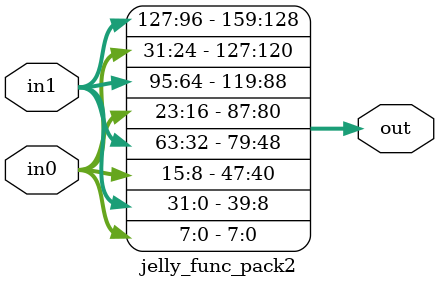
<source format=v>



`timescale 1ns / 1ps
`default_nettype none


module jelly_func_pack2
        #(
            parameter   N         = 4,
            parameter   W0        = 8,
            parameter   W1        = 32,
            
            // local
            parameter   IN0_WIDTH = N * W0,
            parameter   IN1_WIDTH = N * W1,
            parameter   OUT_WIDTH = N * (W0 + W1)
        )
        (
            input   wire    [IN0_WIDTH-1:0] in0,
            input   wire    [IN1_WIDTH-1:0] in1,
            output  wire    [OUT_WIDTH-1:0] out
        );
    
    localparam  OW = W0 + W1;
    
    genvar  i;
    
    generate
    for ( i = 0; i < N; i = i+1 ) begin : loop_pack
        assign out[i*OW +: OW] = {in1[i*W1 +: W1], in0[i*W0 +: W0]};
    end
    endgenerate
    
endmodule


`default_nettype wire


// end of file

</source>
